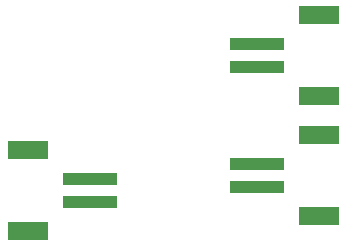
<source format=gtp>
G75*
%MOIN*%
%OFA0B0*%
%FSLAX25Y25*%
%IPPOS*%
%LPD*%
%AMOC8*
5,1,8,0,0,1.08239X$1,22.5*
%
%ADD10R,0.18110X0.03937*%
%ADD11R,0.13386X0.06299*%
D10*
X0337547Y0017863D03*
X0337547Y0025737D03*
X0393413Y0022863D03*
X0393413Y0030737D03*
X0393413Y0062863D03*
X0393413Y0070737D03*
D11*
X0317074Y0008414D03*
X0317074Y0035186D03*
X0413886Y0040186D03*
X0413886Y0053414D03*
X0413886Y0080186D03*
X0413886Y0013414D03*
M02*

</source>
